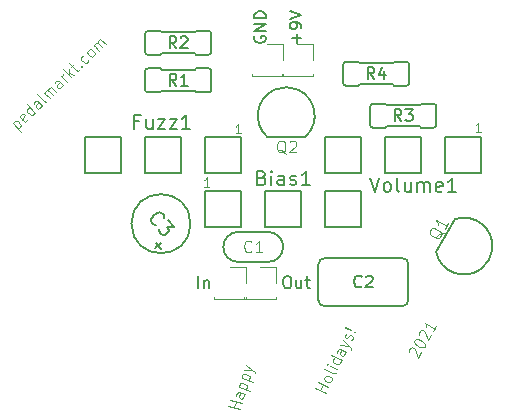
<source format=gbr>
G04 #@! TF.GenerationSoftware,KiCad,Pcbnew,(5.1.5-0-10_14)*
G04 #@! TF.CreationDate,2020-11-19T19:06:25+01:00*
G04 #@! TF.ProjectId,fuzzy-christmas-2020,66757a7a-792d-4636-9872-6973746d6173,rev?*
G04 #@! TF.SameCoordinates,Original*
G04 #@! TF.FileFunction,Legend,Top*
G04 #@! TF.FilePolarity,Positive*
%FSLAX46Y46*%
G04 Gerber Fmt 4.6, Leading zero omitted, Abs format (unit mm)*
G04 Created by KiCad (PCBNEW (5.1.5-0-10_14)) date 2020-11-19 19:06:25*
%MOMM*%
%LPD*%
G04 APERTURE LIST*
%ADD10C,0.125000*%
%ADD11C,0.152400*%
%ADD12C,0.127000*%
%ADD13C,0.120000*%
%ADD14C,0.150000*%
%ADD15C,0.097536*%
%ADD16C,0.081280*%
%ADD17C,0.100000*%
G04 APERTURE END LIST*
D10*
X232897798Y-90390963D02*
X232877987Y-90330038D01*
X232879605Y-90231997D01*
X232986747Y-90046420D01*
X233070844Y-89995999D01*
X233133512Y-89982693D01*
X233237419Y-89993197D01*
X233319898Y-90040816D01*
X233422187Y-90149360D01*
X233659916Y-90880459D01*
X233938487Y-90397959D01*
X233351033Y-89415459D02*
X233393890Y-89341228D01*
X233477987Y-89290807D01*
X233540655Y-89277501D01*
X233644562Y-89288005D01*
X233830948Y-89346128D01*
X234037144Y-89465175D01*
X234180673Y-89597529D01*
X234241723Y-89682263D01*
X234261534Y-89743188D01*
X234259916Y-89841228D01*
X234217059Y-89915459D01*
X234132962Y-89965880D01*
X234070294Y-89979186D01*
X233966387Y-89968682D01*
X233780001Y-89910560D01*
X233573805Y-89791512D01*
X233430276Y-89659159D01*
X233369226Y-89574424D01*
X233349415Y-89513499D01*
X233351033Y-89415459D01*
X233754940Y-88906348D02*
X233735130Y-88845423D01*
X233736747Y-88747382D01*
X233843890Y-88561805D01*
X233927987Y-88511384D01*
X233990655Y-88498078D01*
X234094562Y-88508582D01*
X234177040Y-88556201D01*
X234279330Y-88664745D01*
X234517059Y-89395844D01*
X234795630Y-88913344D01*
X235224201Y-88171036D02*
X234967059Y-88616421D01*
X235095630Y-88393729D02*
X234229605Y-87893729D01*
X234310465Y-88039388D01*
X234350087Y-88161238D01*
X234348469Y-88259278D01*
X225852239Y-93818873D02*
X224953445Y-93380502D01*
X225381442Y-93589250D02*
X225606890Y-93127013D01*
X226077687Y-93356636D02*
X225178893Y-92918265D01*
X226321922Y-92855880D02*
X226241548Y-92912044D01*
X226179961Y-92929689D01*
X226075574Y-92926459D01*
X225818776Y-92801210D01*
X225751964Y-92720941D01*
X225727951Y-92661547D01*
X225722726Y-92563632D01*
X225779088Y-92448073D01*
X225859463Y-92391908D01*
X225921050Y-92374263D01*
X226025437Y-92377493D01*
X226282235Y-92502742D01*
X226349047Y-92583012D01*
X226373059Y-92642406D01*
X226378284Y-92740320D01*
X226321922Y-92855880D01*
X226678882Y-92124005D02*
X226598507Y-92180169D01*
X226494121Y-92176939D01*
X225723726Y-91801193D01*
X226829180Y-91815847D02*
X226229984Y-91523599D01*
X225930386Y-91377475D02*
X225954399Y-91436870D01*
X226015986Y-91419225D01*
X225991973Y-91359830D01*
X225930386Y-91377475D01*
X226015986Y-91419225D01*
X227186140Y-91083971D02*
X226287346Y-90645600D01*
X227143340Y-91063097D02*
X227148565Y-91161011D01*
X227073416Y-91315090D01*
X226993041Y-91371255D01*
X226931454Y-91388899D01*
X226827068Y-91385670D01*
X226570269Y-91260421D01*
X226503457Y-91180151D01*
X226479445Y-91120757D01*
X226474220Y-91022842D01*
X226549369Y-90868763D01*
X226629743Y-90812599D01*
X227543099Y-90352096D02*
X227072302Y-90122473D01*
X226967916Y-90119243D01*
X226887541Y-90175408D01*
X226812392Y-90329487D01*
X226817617Y-90427401D01*
X227500299Y-90331221D02*
X227505525Y-90429136D01*
X227411588Y-90621734D01*
X227331213Y-90677899D01*
X227226827Y-90674669D01*
X227141227Y-90632920D01*
X227074415Y-90552650D01*
X227069190Y-90454736D01*
X227163127Y-90262137D01*
X227157902Y-90164223D01*
X227094202Y-89751691D02*
X227787335Y-89851340D01*
X227282075Y-89366493D02*
X227787335Y-89851340D01*
X227963758Y-90032753D01*
X227987771Y-90092148D01*
X227992996Y-90190062D01*
X227969983Y-89368228D02*
X228050357Y-89312063D01*
X228125507Y-89157984D01*
X228120282Y-89060070D01*
X228053469Y-88979800D01*
X228010670Y-88958926D01*
X227906283Y-88955696D01*
X227825909Y-89011860D01*
X227769547Y-89127420D01*
X227689172Y-89183584D01*
X227584785Y-89180354D01*
X227541986Y-89159480D01*
X227475174Y-89079210D01*
X227469949Y-88981296D01*
X227526311Y-88865737D01*
X227606685Y-88809572D01*
X228265355Y-88653998D02*
X228326942Y-88636353D01*
X228350955Y-88695747D01*
X228289368Y-88713392D01*
X228265355Y-88653998D01*
X228350955Y-88695747D01*
X228008557Y-88528749D02*
X227476173Y-88316771D01*
X227452161Y-88257376D01*
X227513748Y-88239731D01*
X228008557Y-88528749D01*
X227452161Y-88257376D01*
X218561387Y-95217074D02*
X217610330Y-94908057D01*
X218063215Y-95055208D02*
X218222138Y-94566094D01*
X218720310Y-94727960D02*
X217769253Y-94418943D01*
X218971938Y-93953528D02*
X218473766Y-93791662D01*
X218369945Y-93802991D01*
X218298170Y-93869795D01*
X218245195Y-94032834D01*
X218263997Y-94129068D01*
X218926650Y-93938813D02*
X218945451Y-94035047D01*
X218879233Y-94238845D01*
X218807457Y-94305649D01*
X218703637Y-94316978D01*
X218613060Y-94287548D01*
X218535727Y-94217358D01*
X218516926Y-94121124D01*
X218583144Y-93917326D01*
X218564342Y-93821092D01*
X218470336Y-93339921D02*
X219421393Y-93648938D01*
X218515625Y-93354636D02*
X218496823Y-93258402D01*
X218549798Y-93095364D01*
X218621573Y-93028559D01*
X218680105Y-93002515D01*
X218783926Y-92991186D01*
X219055656Y-93079476D01*
X219132989Y-93149666D01*
X219165034Y-93205141D01*
X219183835Y-93301375D01*
X219130861Y-93464413D01*
X219059086Y-93531217D01*
X218721964Y-92565489D02*
X219673021Y-92874506D01*
X218767253Y-92580204D02*
X218748452Y-92483970D01*
X218801426Y-92320932D01*
X218873202Y-92254128D01*
X218931734Y-92228083D01*
X219035554Y-92216754D01*
X219307284Y-92305044D01*
X219384618Y-92375234D01*
X219416662Y-92430709D01*
X219435464Y-92526943D01*
X219382489Y-92689981D01*
X219310714Y-92756785D01*
X218947105Y-91872577D02*
X219647361Y-91874790D01*
X219079541Y-91464981D02*
X219647361Y-91874790D01*
X219847316Y-92029885D01*
X219879361Y-92085359D01*
X219898162Y-92181594D01*
X199351682Y-70982384D02*
X200046341Y-71701724D01*
X199384761Y-71016638D02*
X199413340Y-70922842D01*
X199536655Y-70803758D01*
X199631392Y-70778470D01*
X199695300Y-70782953D01*
X199792287Y-70821690D01*
X199990760Y-71027216D01*
X200026090Y-71125496D01*
X200028340Y-71189521D01*
X199999761Y-71283317D01*
X199876446Y-71402402D01*
X199781709Y-71427690D01*
X200614088Y-70623871D02*
X200585509Y-70717667D01*
X200462194Y-70836751D01*
X200367457Y-70862039D01*
X200270470Y-70823302D01*
X200005838Y-70549268D01*
X199970509Y-70450988D01*
X199999088Y-70357191D01*
X200122404Y-70238107D01*
X200217140Y-70212819D01*
X200314127Y-70251557D01*
X200380285Y-70320065D01*
X200138154Y-70686285D01*
X201232915Y-70092475D02*
X200538257Y-69373135D01*
X201199836Y-70058220D02*
X201171257Y-70152017D01*
X201047942Y-70271101D01*
X200953205Y-70296389D01*
X200889297Y-70291906D01*
X200792311Y-70253168D01*
X200593837Y-70047642D01*
X200558508Y-69949363D01*
X200556258Y-69885338D01*
X200584836Y-69791541D01*
X200708152Y-69672457D01*
X200802888Y-69647169D01*
X201818663Y-69526824D02*
X201454794Y-69150027D01*
X201357808Y-69111290D01*
X201263071Y-69136577D01*
X201139756Y-69255662D01*
X201111177Y-69349458D01*
X201785584Y-69492570D02*
X201757005Y-69586366D01*
X201602861Y-69735222D01*
X201508124Y-69760510D01*
X201411138Y-69721772D01*
X201344980Y-69653263D01*
X201309651Y-69554984D01*
X201338229Y-69461187D01*
X201492374Y-69312332D01*
X201520952Y-69218536D01*
X202219438Y-69139800D02*
X202124701Y-69165088D01*
X202027715Y-69126351D01*
X201432293Y-68509774D01*
X202466069Y-68901632D02*
X202002963Y-68422072D01*
X202069121Y-68490580D02*
X202066871Y-68426555D01*
X202095450Y-68332759D01*
X202187936Y-68243445D01*
X202282673Y-68218157D01*
X202379660Y-68256895D01*
X202743529Y-68633692D01*
X202379660Y-68256895D02*
X202344331Y-68158615D01*
X202372909Y-68064819D01*
X202465396Y-67975506D01*
X202560133Y-67950218D01*
X202657119Y-67988955D01*
X203020988Y-68365752D01*
X203606736Y-67800102D02*
X203242868Y-67423305D01*
X203145881Y-67384567D01*
X203051144Y-67409855D01*
X202927829Y-67528940D01*
X202899250Y-67622736D01*
X203573657Y-67765848D02*
X203545079Y-67859644D01*
X203390934Y-68008499D01*
X203296198Y-68033787D01*
X203199211Y-67995050D01*
X203133053Y-67926541D01*
X203097724Y-67828262D01*
X203126303Y-67734465D01*
X203280447Y-67585610D01*
X203309026Y-67491813D01*
X203915025Y-67502391D02*
X203451919Y-67022831D01*
X203584235Y-67159848D02*
X203548906Y-67061569D01*
X203546656Y-66997543D01*
X203575235Y-66903747D01*
X203636892Y-66844205D01*
X204315800Y-67115367D02*
X203621141Y-66396027D01*
X204112826Y-66781791D02*
X204562431Y-66877199D01*
X204099325Y-66397639D02*
X204117326Y-66909842D01*
X204284298Y-66219012D02*
X204530929Y-65980844D01*
X204145232Y-65889919D02*
X204740653Y-66506496D01*
X204837640Y-66545234D01*
X204932377Y-66519946D01*
X204994034Y-66460404D01*
X205143678Y-66183498D02*
X205207586Y-66187981D01*
X205209836Y-66252006D01*
X205145929Y-66247523D01*
X205143678Y-66183498D01*
X205209836Y-66252006D01*
X205762506Y-65652101D02*
X205733927Y-65745898D01*
X205610611Y-65864982D01*
X205515875Y-65890270D01*
X205451967Y-65885787D01*
X205354980Y-65847049D01*
X205156506Y-65641524D01*
X205121177Y-65543244D01*
X205118927Y-65479219D01*
X205147506Y-65385422D01*
X205270821Y-65266338D01*
X205365558Y-65241050D01*
X206165531Y-65329103D02*
X206070794Y-65354391D01*
X206006886Y-65349908D01*
X205909899Y-65311170D01*
X205711426Y-65105644D01*
X205676097Y-65007365D01*
X205673846Y-64943339D01*
X205702425Y-64849543D01*
X205794912Y-64760230D01*
X205889648Y-64734942D01*
X205953556Y-64739425D01*
X206050543Y-64778163D01*
X206249017Y-64983688D01*
X206284346Y-65081968D01*
X206286596Y-65145993D01*
X206258017Y-65239790D01*
X206165531Y-65329103D01*
X206658792Y-64852766D02*
X206195687Y-64373206D01*
X206261845Y-64441714D02*
X206259595Y-64377689D01*
X206288173Y-64283893D01*
X206380660Y-64194579D01*
X206475396Y-64169292D01*
X206572383Y-64208029D01*
X206936252Y-64584826D01*
X206572383Y-64208029D02*
X206537054Y-64109749D01*
X206565633Y-64015953D01*
X206658119Y-63926640D01*
X206752856Y-63901352D01*
X206849843Y-63940089D01*
X207213712Y-64316886D01*
D11*
X210550000Y-66611500D02*
X210550000Y-68135500D01*
X210804000Y-66357500D02*
X211820000Y-66357500D01*
X210804000Y-68389500D02*
X211820000Y-68389500D01*
X211947000Y-66484500D02*
X214773000Y-66484500D01*
X211947000Y-66484500D02*
X211820000Y-66357500D01*
X211947000Y-68262500D02*
X214773000Y-68262500D01*
X211947000Y-68262500D02*
X211820000Y-68389500D01*
X214773000Y-66484500D02*
X214900000Y-66357500D01*
X215916000Y-66357500D02*
X214900000Y-66357500D01*
X214773000Y-68262500D02*
X214900000Y-68389500D01*
X215916000Y-68389500D02*
X214900000Y-68389500D01*
X216170000Y-66611500D02*
X216170000Y-68135500D01*
X210550000Y-68135500D02*
G75*
G03X210804000Y-68389500I254000J0D01*
G01*
X210550000Y-66611500D02*
G75*
G02X210804000Y-66357500I254000J0D01*
G01*
X215916000Y-66357500D02*
G75*
G02X216170000Y-66611500I0J-254000D01*
G01*
X215916000Y-68389500D02*
G75*
G03X216170000Y-68135500I0J254000D01*
G01*
X214399500Y-79502000D02*
G75*
G03X214399500Y-79502000I-2500000J0D01*
G01*
X211431643Y-81552446D02*
X211918082Y-81144275D01*
X211452885Y-81103576D02*
X211877382Y-81609472D01*
D12*
X218694000Y-75184000D02*
X218694000Y-72136000D01*
X215646000Y-75184000D02*
X218694000Y-75184000D01*
X215646000Y-72136000D02*
X215646000Y-75184000D01*
X213614000Y-75184000D02*
X213614000Y-72136000D01*
X210566000Y-75184000D02*
X213614000Y-75184000D01*
X210566000Y-72136000D02*
X210566000Y-75184000D01*
X208534000Y-75184000D02*
X208534000Y-72136000D01*
X205486000Y-75184000D02*
X208534000Y-75184000D01*
X205486000Y-72136000D02*
X205486000Y-75184000D01*
X215646000Y-72136000D02*
X218694000Y-72136000D01*
X210566000Y-72136000D02*
X213614000Y-72136000D01*
X205486000Y-72136000D02*
X208534000Y-72136000D01*
X228854000Y-79756000D02*
X225806000Y-79756000D01*
X223774000Y-79756000D02*
X220726000Y-79756000D01*
X218694000Y-79756000D02*
X215646000Y-79756000D01*
X228854000Y-79756000D02*
X228854000Y-76708000D01*
X228854000Y-76708000D02*
X225806000Y-76708000D01*
X225806000Y-76708000D02*
X225806000Y-79756000D01*
X223774000Y-79756000D02*
X223774000Y-76708000D01*
X223774000Y-76708000D02*
X220726000Y-76708000D01*
X220726000Y-76708000D02*
X220726000Y-79756000D01*
X218694000Y-79756000D02*
X218694000Y-76708000D01*
X218694000Y-76708000D02*
X215646000Y-76708000D01*
X215646000Y-76708000D02*
X215646000Y-79756000D01*
X239014000Y-75184000D02*
X239014000Y-72136000D01*
X235966000Y-75184000D02*
X239014000Y-75184000D01*
X235966000Y-72136000D02*
X235966000Y-75184000D01*
X233934000Y-75184000D02*
X233934000Y-72136000D01*
X230886000Y-75184000D02*
X233934000Y-75184000D01*
X230886000Y-72136000D02*
X230886000Y-75184000D01*
X228854000Y-75184000D02*
X228854000Y-72136000D01*
X225806000Y-75184000D02*
X228854000Y-75184000D01*
X225806000Y-72136000D02*
X225806000Y-75184000D01*
X235966000Y-72136000D02*
X239014000Y-72136000D01*
X230886000Y-72136000D02*
X233934000Y-72136000D01*
X225806000Y-72136000D02*
X228854000Y-72136000D01*
D11*
X222250000Y-81470500D02*
G75*
G02X220980000Y-82740500I-1270000J0D01*
G01*
X220980000Y-80200500D02*
G75*
G02X222250000Y-81470500I0J-1270000D01*
G01*
X220980000Y-80200500D02*
X219075000Y-80200500D01*
X219075000Y-80200500D02*
X218440000Y-80200500D01*
X217170000Y-81470500D02*
G75*
G02X218440000Y-80200500I1270000J0D01*
G01*
X218440000Y-82740500D02*
G75*
G02X217170000Y-81470500I0J1270000D01*
G01*
X218440000Y-82740500D02*
X220980000Y-82740500D01*
X236829207Y-79105513D02*
X235198207Y-81930487D01*
X235198207Y-81930488D02*
G75*
G03X238982793Y-83350992I2355458J523739D01*
G01*
X239951692Y-81672807D02*
G75*
G03X236829207Y-79105513I-2398327J265539D01*
G01*
X238982643Y-83351252D02*
G75*
G03X239951843Y-81672548I-1429143J1944252D01*
G01*
X220873000Y-72136000D02*
X224135000Y-72136000D01*
X224135001Y-72136001D02*
G75*
G03X223472900Y-68148200I-1631301J1778018D01*
G01*
X221535101Y-68148201D02*
G75*
G03X220873000Y-72136000I969199J-2209782D01*
G01*
X223473200Y-68148200D02*
G75*
G03X221534800Y-68148200I-969200J-2209800D01*
G01*
X210804000Y-63182500D02*
G75*
G03X210550000Y-63436500I0J-254000D01*
G01*
X210804000Y-65214500D02*
G75*
G02X210550000Y-64960500I0J254000D01*
G01*
X216170000Y-64960500D02*
G75*
G02X215916000Y-65214500I-254000J0D01*
G01*
X216170000Y-63436500D02*
G75*
G03X215916000Y-63182500I-254000J0D01*
G01*
X210550000Y-64960500D02*
X210550000Y-63436500D01*
X210804000Y-63182500D02*
X211820000Y-63182500D01*
X211947000Y-63309500D02*
X211820000Y-63182500D01*
X210804000Y-65214500D02*
X211820000Y-65214500D01*
X211947000Y-65087500D02*
X211820000Y-65214500D01*
X214773000Y-63309500D02*
X214900000Y-63182500D01*
X214773000Y-63309500D02*
X211947000Y-63309500D01*
X214773000Y-65087500D02*
X214900000Y-65214500D01*
X214773000Y-65087500D02*
X211947000Y-65087500D01*
X215916000Y-63182500D02*
X214900000Y-63182500D01*
X215916000Y-65214500D02*
X214900000Y-65214500D01*
X216170000Y-64960500D02*
X216170000Y-63436500D01*
X234966000Y-71374000D02*
G75*
G03X235220000Y-71120000I0J254000D01*
G01*
X234966000Y-69342000D02*
G75*
G02X235220000Y-69596000I0J-254000D01*
G01*
X229600000Y-69596000D02*
G75*
G02X229854000Y-69342000I254000J0D01*
G01*
X229600000Y-71120000D02*
G75*
G03X229854000Y-71374000I254000J0D01*
G01*
X235220000Y-69596000D02*
X235220000Y-71120000D01*
X234966000Y-71374000D02*
X233950000Y-71374000D01*
X233823000Y-71247000D02*
X233950000Y-71374000D01*
X234966000Y-69342000D02*
X233950000Y-69342000D01*
X233823000Y-69469000D02*
X233950000Y-69342000D01*
X230997000Y-71247000D02*
X230870000Y-71374000D01*
X230997000Y-71247000D02*
X233823000Y-71247000D01*
X230997000Y-69469000D02*
X230870000Y-69342000D01*
X230997000Y-69469000D02*
X233823000Y-69469000D01*
X229854000Y-71374000D02*
X230870000Y-71374000D01*
X229854000Y-69342000D02*
X230870000Y-69342000D01*
X229600000Y-69596000D02*
X229600000Y-71120000D01*
X232934000Y-67564000D02*
X232934000Y-66040000D01*
X232680000Y-67818000D02*
X231664000Y-67818000D01*
X232680000Y-65786000D02*
X231664000Y-65786000D01*
X231537000Y-67691000D02*
X228711000Y-67691000D01*
X231537000Y-67691000D02*
X231664000Y-67818000D01*
X231537000Y-65913000D02*
X228711000Y-65913000D01*
X231537000Y-65913000D02*
X231664000Y-65786000D01*
X228711000Y-67691000D02*
X228584000Y-67818000D01*
X227568000Y-67818000D02*
X228584000Y-67818000D01*
X228711000Y-65913000D02*
X228584000Y-65786000D01*
X227568000Y-65786000D02*
X228584000Y-65786000D01*
X227314000Y-67564000D02*
X227314000Y-66040000D01*
X232934000Y-66040000D02*
G75*
G03X232680000Y-65786000I-254000J0D01*
G01*
X232934000Y-67564000D02*
G75*
G02X232680000Y-67818000I-254000J0D01*
G01*
X227568000Y-67818000D02*
G75*
G02X227314000Y-67564000I0J254000D01*
G01*
X227568000Y-65786000D02*
G75*
G03X227314000Y-66040000I0J-254000D01*
G01*
D13*
X222126500Y-66989000D02*
X224786500Y-66989000D01*
X222126500Y-66869000D02*
X222126500Y-66989000D01*
X224786500Y-66869000D02*
X224786500Y-66989000D01*
X224786500Y-64329000D02*
X224786500Y-65659000D01*
X223456500Y-64329000D02*
X224786500Y-64329000D01*
X220281500Y-83213900D02*
X221611500Y-83213900D01*
X221611500Y-83213900D02*
X221611500Y-84543900D01*
X221611500Y-85753900D02*
X221611500Y-85873900D01*
X218951500Y-85753900D02*
X218951500Y-85873900D01*
X218951500Y-85873900D02*
X221611500Y-85873900D01*
X216411500Y-85873900D02*
X219071500Y-85873900D01*
X216411500Y-85753900D02*
X216411500Y-85873900D01*
X219071500Y-85753900D02*
X219071500Y-85873900D01*
X219071500Y-83213900D02*
X219071500Y-84543900D01*
X217741500Y-83213900D02*
X219071500Y-83213900D01*
X220916500Y-64329000D02*
X222246500Y-64329000D01*
X222246500Y-64329000D02*
X222246500Y-65659000D01*
X222246500Y-66869000D02*
X222246500Y-66989000D01*
X219586500Y-66869000D02*
X219586500Y-66989000D01*
X219586500Y-66989000D02*
X222246500Y-66989000D01*
D11*
X232346500Y-86487000D02*
X225742500Y-86487000D01*
X225234500Y-85979000D02*
G75*
G03X225742500Y-86487000I508000J0D01*
G01*
X225234500Y-85979000D02*
X225234500Y-82931000D01*
X225742500Y-82423000D02*
G75*
G03X225234500Y-82931000I0J-508000D01*
G01*
X225742500Y-82423000D02*
X232346500Y-82423000D01*
X232854500Y-82931000D02*
G75*
G03X232346500Y-82423000I-508000J0D01*
G01*
X232854500Y-82931000D02*
X232854500Y-85979000D01*
X232346500Y-86487000D02*
G75*
G03X232854500Y-85979000I0J508000D01*
G01*
D14*
X213193333Y-67825880D02*
X212860000Y-67349690D01*
X212621904Y-67825880D02*
X212621904Y-66825880D01*
X213002857Y-66825880D01*
X213098095Y-66873500D01*
X213145714Y-66921119D01*
X213193333Y-67016357D01*
X213193333Y-67159214D01*
X213145714Y-67254452D01*
X213098095Y-67302071D01*
X213002857Y-67349690D01*
X212621904Y-67349690D01*
X214145714Y-67825880D02*
X213574285Y-67825880D01*
X213860000Y-67825880D02*
X213860000Y-66825880D01*
X213764761Y-66968738D01*
X213669523Y-67063976D01*
X213574285Y-67111595D01*
D11*
X211440163Y-79624933D02*
X211359222Y-79617852D01*
X211204422Y-79522748D01*
X211130562Y-79434726D01*
X211063784Y-79265763D01*
X211077947Y-79103882D01*
X211129040Y-78986011D01*
X211268154Y-78794282D01*
X211400187Y-78683493D01*
X211613161Y-78579785D01*
X211738113Y-78549937D01*
X211899995Y-78564099D01*
X212054795Y-78659203D01*
X212128654Y-78747225D01*
X212195432Y-78916188D01*
X212188351Y-78997129D01*
X212534881Y-79231347D02*
X213014967Y-79803491D01*
X212404370Y-79790851D01*
X212515159Y-79922884D01*
X212545008Y-80047836D01*
X212537926Y-80128777D01*
X212486834Y-80246647D01*
X212266778Y-80431296D01*
X212141826Y-80461144D01*
X212060886Y-80454062D01*
X211943015Y-80402970D01*
X211721437Y-80138903D01*
X211691589Y-80013952D01*
X211698670Y-79933011D01*
X210038345Y-70843321D02*
X209636178Y-70843321D01*
X209636178Y-71475297D02*
X209636178Y-70268797D01*
X210210702Y-70268797D01*
X211187392Y-70670964D02*
X211187392Y-71475297D01*
X210670321Y-70670964D02*
X210670321Y-71302940D01*
X210727773Y-71417845D01*
X210842678Y-71475297D01*
X211015035Y-71475297D01*
X211129940Y-71417845D01*
X211187392Y-71360392D01*
X211647011Y-70670964D02*
X212278988Y-70670964D01*
X211647011Y-71475297D01*
X212278988Y-71475297D01*
X212623702Y-70670964D02*
X213255678Y-70670964D01*
X212623702Y-71475297D01*
X213255678Y-71475297D01*
X214347273Y-71475297D02*
X213657845Y-71475297D01*
X214002559Y-71475297D02*
X214002559Y-70268797D01*
X213887654Y-70441154D01*
X213772750Y-70556059D01*
X213657845Y-70613511D01*
D15*
X218660617Y-71850310D02*
X218219382Y-71850310D01*
X218440000Y-71850310D02*
X218440000Y-71078150D01*
X218366460Y-71188459D01*
X218292921Y-71261998D01*
X218219382Y-71298767D01*
D11*
X220440250Y-75605821D02*
X220612607Y-75663273D01*
X220670059Y-75720726D01*
X220727511Y-75835630D01*
X220727511Y-76007988D01*
X220670059Y-76122892D01*
X220612607Y-76180345D01*
X220497702Y-76237797D01*
X220038083Y-76237797D01*
X220038083Y-75031297D01*
X220440250Y-75031297D01*
X220555154Y-75088750D01*
X220612607Y-75146202D01*
X220670059Y-75261107D01*
X220670059Y-75376011D01*
X220612607Y-75490916D01*
X220555154Y-75548369D01*
X220440250Y-75605821D01*
X220038083Y-75605821D01*
X221244583Y-76237797D02*
X221244583Y-75433464D01*
X221244583Y-75031297D02*
X221187130Y-75088750D01*
X221244583Y-75146202D01*
X221302035Y-75088750D01*
X221244583Y-75031297D01*
X221244583Y-75146202D01*
X222336178Y-76237797D02*
X222336178Y-75605821D01*
X222278726Y-75490916D01*
X222163821Y-75433464D01*
X221934011Y-75433464D01*
X221819107Y-75490916D01*
X222336178Y-76180345D02*
X222221273Y-76237797D01*
X221934011Y-76237797D01*
X221819107Y-76180345D01*
X221761654Y-76065440D01*
X221761654Y-75950535D01*
X221819107Y-75835630D01*
X221934011Y-75778178D01*
X222221273Y-75778178D01*
X222336178Y-75720726D01*
X222853250Y-76180345D02*
X222968154Y-76237797D01*
X223197964Y-76237797D01*
X223312869Y-76180345D01*
X223370321Y-76065440D01*
X223370321Y-76007988D01*
X223312869Y-75893083D01*
X223197964Y-75835630D01*
X223025607Y-75835630D01*
X222910702Y-75778178D01*
X222853250Y-75663273D01*
X222853250Y-75605821D01*
X222910702Y-75490916D01*
X223025607Y-75433464D01*
X223197964Y-75433464D01*
X223312869Y-75490916D01*
X224519369Y-76237797D02*
X223829940Y-76237797D01*
X224174654Y-76237797D02*
X224174654Y-75031297D01*
X224059750Y-75203654D01*
X223944845Y-75318559D01*
X223829940Y-75376011D01*
D15*
X215993617Y-76358810D02*
X215552382Y-76358810D01*
X215773000Y-76358810D02*
X215773000Y-75586650D01*
X215699460Y-75696959D01*
X215625921Y-75770498D01*
X215552382Y-75807267D01*
D11*
X229593321Y-75602797D02*
X229995488Y-76809297D01*
X230397654Y-75602797D01*
X230972178Y-76809297D02*
X230857273Y-76751845D01*
X230799821Y-76694392D01*
X230742369Y-76579488D01*
X230742369Y-76234773D01*
X230799821Y-76119869D01*
X230857273Y-76062416D01*
X230972178Y-76004964D01*
X231144535Y-76004964D01*
X231259440Y-76062416D01*
X231316892Y-76119869D01*
X231374345Y-76234773D01*
X231374345Y-76579488D01*
X231316892Y-76694392D01*
X231259440Y-76751845D01*
X231144535Y-76809297D01*
X230972178Y-76809297D01*
X232063773Y-76809297D02*
X231948869Y-76751845D01*
X231891416Y-76636940D01*
X231891416Y-75602797D01*
X233040464Y-76004964D02*
X233040464Y-76809297D01*
X232523392Y-76004964D02*
X232523392Y-76636940D01*
X232580845Y-76751845D01*
X232695750Y-76809297D01*
X232868107Y-76809297D01*
X232983011Y-76751845D01*
X233040464Y-76694392D01*
X233614988Y-76809297D02*
X233614988Y-76004964D01*
X233614988Y-76119869D02*
X233672440Y-76062416D01*
X233787345Y-76004964D01*
X233959702Y-76004964D01*
X234074607Y-76062416D01*
X234132059Y-76177321D01*
X234132059Y-76809297D01*
X234132059Y-76177321D02*
X234189511Y-76062416D01*
X234304416Y-76004964D01*
X234476773Y-76004964D01*
X234591678Y-76062416D01*
X234649130Y-76177321D01*
X234649130Y-76809297D01*
X235683273Y-76751845D02*
X235568369Y-76809297D01*
X235338559Y-76809297D01*
X235223654Y-76751845D01*
X235166202Y-76636940D01*
X235166202Y-76177321D01*
X235223654Y-76062416D01*
X235338559Y-76004964D01*
X235568369Y-76004964D01*
X235683273Y-76062416D01*
X235740726Y-76177321D01*
X235740726Y-76292226D01*
X235166202Y-76407130D01*
X236889773Y-76809297D02*
X236200345Y-76809297D01*
X236545059Y-76809297D02*
X236545059Y-75602797D01*
X236430154Y-75775154D01*
X236315250Y-75890059D01*
X236200345Y-75947511D01*
D15*
X238980617Y-71723310D02*
X238539382Y-71723310D01*
X238760000Y-71723310D02*
X238760000Y-70951150D01*
X238686460Y-71061459D01*
X238612921Y-71134998D01*
X238539382Y-71171767D01*
D16*
X219549133Y-81815214D02*
X219503171Y-81861176D01*
X219365285Y-81907138D01*
X219273361Y-81907138D01*
X219135476Y-81861176D01*
X219043552Y-81769252D01*
X218997590Y-81677328D01*
X218951628Y-81493480D01*
X218951628Y-81355595D01*
X218997590Y-81171747D01*
X219043552Y-81079823D01*
X219135476Y-80987900D01*
X219273361Y-80941938D01*
X219365285Y-80941938D01*
X219503171Y-80987900D01*
X219549133Y-81033861D01*
X220468371Y-81907138D02*
X219916828Y-81907138D01*
X220192600Y-81907138D02*
X220192600Y-80941938D01*
X220100676Y-81079823D01*
X220008752Y-81171747D01*
X219916828Y-81217709D01*
D17*
X235848645Y-80268605D02*
X235759787Y-80327274D01*
X235629689Y-80362133D01*
X235434543Y-80414423D01*
X235345684Y-80473092D01*
X235298065Y-80555570D01*
X235528071Y-80633379D02*
X235439213Y-80692048D01*
X235309115Y-80726907D01*
X235120349Y-80672909D01*
X234831673Y-80506242D01*
X234690526Y-80369764D01*
X234655666Y-80239667D01*
X234662046Y-80133379D01*
X234757284Y-79968421D01*
X234846142Y-79909752D01*
X234976240Y-79874893D01*
X235165007Y-79928892D01*
X235453682Y-80095558D01*
X235594830Y-80232036D01*
X235629689Y-80362133D01*
X235623309Y-80468421D01*
X235528071Y-80633379D01*
X236218548Y-79437439D02*
X235932833Y-79932311D01*
X236075690Y-79684875D02*
X235209665Y-79184875D01*
X235285764Y-79338782D01*
X235320623Y-79468880D01*
X235314244Y-79575168D01*
X222457761Y-73564619D02*
X222362523Y-73517000D01*
X222267285Y-73421761D01*
X222124428Y-73278904D01*
X222029190Y-73231285D01*
X221933952Y-73231285D01*
X221981571Y-73469380D02*
X221886333Y-73421761D01*
X221791095Y-73326523D01*
X221743476Y-73136047D01*
X221743476Y-72802714D01*
X221791095Y-72612238D01*
X221886333Y-72517000D01*
X221981571Y-72469380D01*
X222172047Y-72469380D01*
X222267285Y-72517000D01*
X222362523Y-72612238D01*
X222410142Y-72802714D01*
X222410142Y-73136047D01*
X222362523Y-73326523D01*
X222267285Y-73421761D01*
X222172047Y-73469380D01*
X221981571Y-73469380D01*
X222791095Y-72564619D02*
X222838714Y-72517000D01*
X222933952Y-72469380D01*
X223172047Y-72469380D01*
X223267285Y-72517000D01*
X223314904Y-72564619D01*
X223362523Y-72659857D01*
X223362523Y-72755095D01*
X223314904Y-72897952D01*
X222743476Y-73469380D01*
X223362523Y-73469380D01*
D14*
X213193333Y-64650880D02*
X212860000Y-64174690D01*
X212621904Y-64650880D02*
X212621904Y-63650880D01*
X213002857Y-63650880D01*
X213098095Y-63698500D01*
X213145714Y-63746119D01*
X213193333Y-63841357D01*
X213193333Y-63984214D01*
X213145714Y-64079452D01*
X213098095Y-64127071D01*
X213002857Y-64174690D01*
X212621904Y-64174690D01*
X213574285Y-63746119D02*
X213621904Y-63698500D01*
X213717142Y-63650880D01*
X213955238Y-63650880D01*
X214050476Y-63698500D01*
X214098095Y-63746119D01*
X214145714Y-63841357D01*
X214145714Y-63936595D01*
X214098095Y-64079452D01*
X213526666Y-64650880D01*
X214145714Y-64650880D01*
X232243333Y-70810380D02*
X231910000Y-70334190D01*
X231671904Y-70810380D02*
X231671904Y-69810380D01*
X232052857Y-69810380D01*
X232148095Y-69858000D01*
X232195714Y-69905619D01*
X232243333Y-70000857D01*
X232243333Y-70143714D01*
X232195714Y-70238952D01*
X232148095Y-70286571D01*
X232052857Y-70334190D01*
X231671904Y-70334190D01*
X232576666Y-69810380D02*
X233195714Y-69810380D01*
X232862380Y-70191333D01*
X233005238Y-70191333D01*
X233100476Y-70238952D01*
X233148095Y-70286571D01*
X233195714Y-70381809D01*
X233195714Y-70619904D01*
X233148095Y-70715142D01*
X233100476Y-70762761D01*
X233005238Y-70810380D01*
X232719523Y-70810380D01*
X232624285Y-70762761D01*
X232576666Y-70715142D01*
X229957333Y-67254380D02*
X229624000Y-66778190D01*
X229385904Y-67254380D02*
X229385904Y-66254380D01*
X229766857Y-66254380D01*
X229862095Y-66302000D01*
X229909714Y-66349619D01*
X229957333Y-66444857D01*
X229957333Y-66587714D01*
X229909714Y-66682952D01*
X229862095Y-66730571D01*
X229766857Y-66778190D01*
X229385904Y-66778190D01*
X230814476Y-66587714D02*
X230814476Y-67254380D01*
X230576380Y-66206761D02*
X230338285Y-66921047D01*
X230957333Y-66921047D01*
X223413628Y-64201514D02*
X223413628Y-63439609D01*
X223794580Y-63820561D02*
X223032676Y-63820561D01*
X223794580Y-62915800D02*
X223794580Y-62725323D01*
X223746961Y-62630085D01*
X223699342Y-62582466D01*
X223556485Y-62487228D01*
X223366009Y-62439609D01*
X222985057Y-62439609D01*
X222889819Y-62487228D01*
X222842200Y-62534847D01*
X222794580Y-62630085D01*
X222794580Y-62820561D01*
X222842200Y-62915800D01*
X222889819Y-62963419D01*
X222985057Y-63011038D01*
X223223152Y-63011038D01*
X223318390Y-62963419D01*
X223366009Y-62915800D01*
X223413628Y-62820561D01*
X223413628Y-62630085D01*
X223366009Y-62534847D01*
X223318390Y-62487228D01*
X223223152Y-62439609D01*
X222794580Y-62153895D02*
X223794580Y-61820561D01*
X222794580Y-61487228D01*
X222496166Y-83958180D02*
X222686642Y-83958180D01*
X222781880Y-84005800D01*
X222877119Y-84101038D01*
X222924738Y-84291514D01*
X222924738Y-84624847D01*
X222877119Y-84815323D01*
X222781880Y-84910561D01*
X222686642Y-84958180D01*
X222496166Y-84958180D01*
X222400928Y-84910561D01*
X222305690Y-84815323D01*
X222258071Y-84624847D01*
X222258071Y-84291514D01*
X222305690Y-84101038D01*
X222400928Y-84005800D01*
X222496166Y-83958180D01*
X223781880Y-84291514D02*
X223781880Y-84958180D01*
X223353309Y-84291514D02*
X223353309Y-84815323D01*
X223400928Y-84910561D01*
X223496166Y-84958180D01*
X223639023Y-84958180D01*
X223734261Y-84910561D01*
X223781880Y-84862942D01*
X224115214Y-84291514D02*
X224496166Y-84291514D01*
X224258071Y-83958180D02*
X224258071Y-84815323D01*
X224305690Y-84910561D01*
X224400928Y-84958180D01*
X224496166Y-84958180D01*
X215066619Y-84958180D02*
X215066619Y-83958180D01*
X215542809Y-84291514D02*
X215542809Y-84958180D01*
X215542809Y-84386752D02*
X215590428Y-84339133D01*
X215685666Y-84291514D01*
X215828523Y-84291514D01*
X215923761Y-84339133D01*
X215971380Y-84434371D01*
X215971380Y-84958180D01*
X219832300Y-63626904D02*
X219784680Y-63722142D01*
X219784680Y-63865000D01*
X219832300Y-64007857D01*
X219927538Y-64103095D01*
X220022776Y-64150714D01*
X220213252Y-64198333D01*
X220356109Y-64198333D01*
X220546585Y-64150714D01*
X220641823Y-64103095D01*
X220737061Y-64007857D01*
X220784680Y-63865000D01*
X220784680Y-63769761D01*
X220737061Y-63626904D01*
X220689442Y-63579285D01*
X220356109Y-63579285D01*
X220356109Y-63769761D01*
X220784680Y-63150714D02*
X219784680Y-63150714D01*
X220784680Y-62579285D01*
X219784680Y-62579285D01*
X220784680Y-62103095D02*
X219784680Y-62103095D01*
X219784680Y-61865000D01*
X219832300Y-61722142D01*
X219927538Y-61626904D01*
X220022776Y-61579285D01*
X220213252Y-61531666D01*
X220356109Y-61531666D01*
X220546585Y-61579285D01*
X220641823Y-61626904D01*
X220737061Y-61722142D01*
X220784680Y-61865000D01*
X220784680Y-62103095D01*
X228877833Y-84812142D02*
X228830214Y-84859761D01*
X228687357Y-84907380D01*
X228592119Y-84907380D01*
X228449261Y-84859761D01*
X228354023Y-84764523D01*
X228306404Y-84669285D01*
X228258785Y-84478809D01*
X228258785Y-84335952D01*
X228306404Y-84145476D01*
X228354023Y-84050238D01*
X228449261Y-83955000D01*
X228592119Y-83907380D01*
X228687357Y-83907380D01*
X228830214Y-83955000D01*
X228877833Y-84002619D01*
X229258785Y-84002619D02*
X229306404Y-83955000D01*
X229401642Y-83907380D01*
X229639738Y-83907380D01*
X229734976Y-83955000D01*
X229782595Y-84002619D01*
X229830214Y-84097857D01*
X229830214Y-84193095D01*
X229782595Y-84335952D01*
X229211166Y-84907380D01*
X229830214Y-84907380D01*
M02*

</source>
